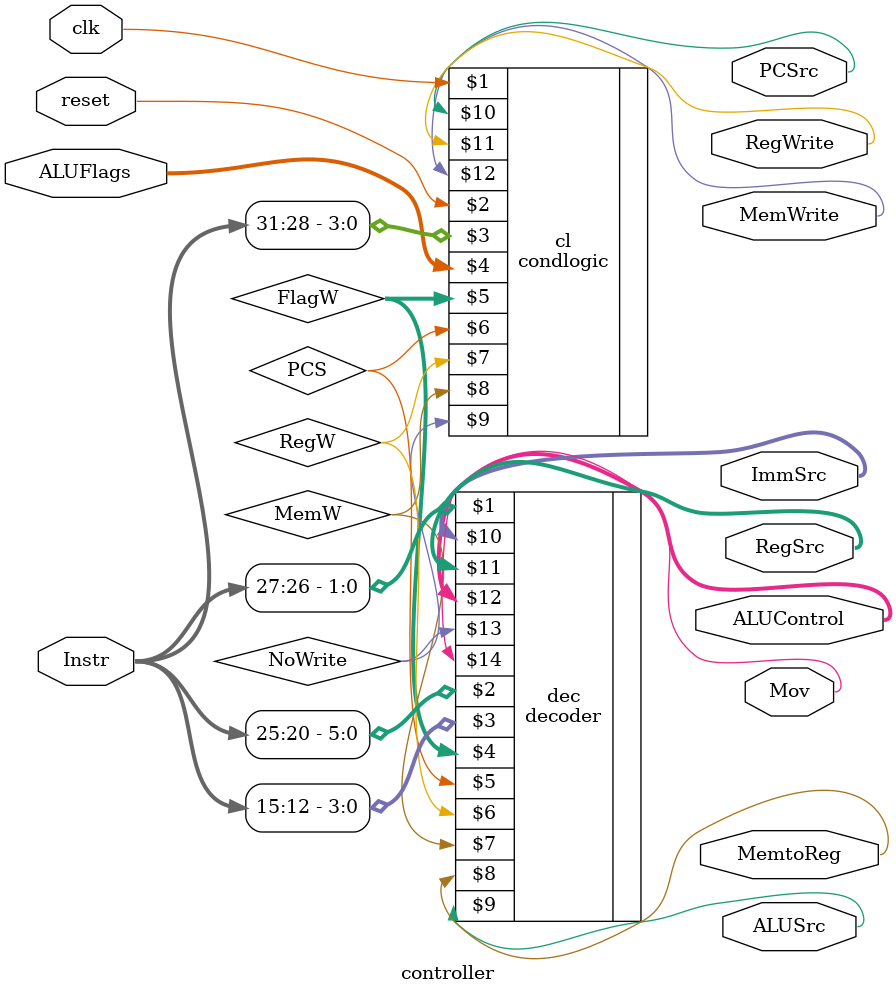
<source format=sv>
module controller(clk, reset, Instr, ALUFlags, RegSrc, RegWrite, ImmSrc, ALUSrc, ALUControl, MemWrite, MemtoReg, PCSrc, Mov);

	//PORTS
	input logic clk, reset;
	input logic [31:12] Instr;
	input logic [3:0] ALUFlags;
	output logic [1:0] RegSrc;
	output logic RegWrite;
	output logic [1:0] ImmSrc;
	output logic ALUSrc;
	output logic [1:0] ALUControl;
	output logic MemWrite, MemtoReg;
	output logic PCSrc;
	output logic Mov;

	//SIGNALS
	logic [1:0] FlagW;
	logic PCS, RegW, MemW;
	logic NoWrite;


	decoder dec(Instr[27:26], Instr[25:20], Instr[15:12], FlagW, PCS, RegW, MemW,
					MemtoReg, ALUSrc, ImmSrc, RegSrc, ALUControl, NoWrite, Mov);
					
	condlogic cl(clk, reset, Instr[31:28], ALUFlags, FlagW, PCS, RegW, MemW, NoWrite,
					 PCSrc, RegWrite, MemWrite);
	
	
endmodule

</source>
